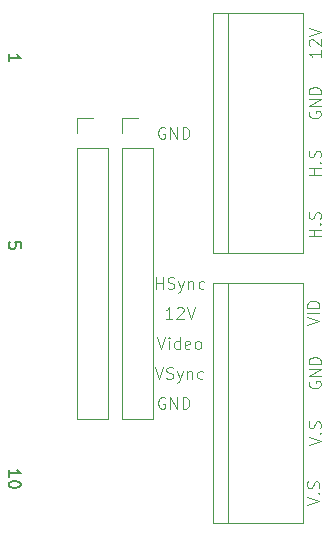
<source format=gto>
G04 #@! TF.GenerationSoftware,KiCad,Pcbnew,8.0.3*
G04 #@! TF.CreationDate,2024-06-20T09:06:03+12:00*
G04 #@! TF.ProjectId,crt_card_edge_adapter,6372745f-6361-4726-945f-656467655f61,rev?*
G04 #@! TF.SameCoordinates,Original*
G04 #@! TF.FileFunction,Legend,Top*
G04 #@! TF.FilePolarity,Positive*
%FSLAX46Y46*%
G04 Gerber Fmt 4.6, Leading zero omitted, Abs format (unit mm)*
G04 Created by KiCad (PCBNEW 8.0.3) date 2024-06-20 09:06:03*
%MOMM*%
%LPD*%
G01*
G04 APERTURE LIST*
%ADD10C,0.100000*%
%ADD11C,0.150000*%
%ADD12C,0.120000*%
%ADD13C,5.200000*%
%ADD14R,3.000000X3.000000*%
%ADD15C,3.000000*%
%ADD16R,9.800000X2.100000*%
%ADD17R,1.700000X1.700000*%
%ADD18O,1.700000X1.700000*%
%ADD19C,0.600000*%
G04 APERTURE END LIST*
D10*
X112156952Y-96977419D02*
X111585524Y-96977419D01*
X111871238Y-96977419D02*
X111871238Y-95977419D01*
X111871238Y-95977419D02*
X111776000Y-96120276D01*
X111776000Y-96120276D02*
X111680762Y-96215514D01*
X111680762Y-96215514D02*
X111585524Y-96263133D01*
X112537905Y-96072657D02*
X112585524Y-96025038D01*
X112585524Y-96025038D02*
X112680762Y-95977419D01*
X112680762Y-95977419D02*
X112918857Y-95977419D01*
X112918857Y-95977419D02*
X113014095Y-96025038D01*
X113014095Y-96025038D02*
X113061714Y-96072657D01*
X113061714Y-96072657D02*
X113109333Y-96167895D01*
X113109333Y-96167895D02*
X113109333Y-96263133D01*
X113109333Y-96263133D02*
X113061714Y-96405990D01*
X113061714Y-96405990D02*
X112490286Y-96977419D01*
X112490286Y-96977419D02*
X113109333Y-96977419D01*
X113395048Y-95977419D02*
X113728381Y-96977419D01*
X113728381Y-96977419D02*
X114061714Y-95977419D01*
X123761038Y-102296306D02*
X123713419Y-102391544D01*
X123713419Y-102391544D02*
X123713419Y-102534401D01*
X123713419Y-102534401D02*
X123761038Y-102677258D01*
X123761038Y-102677258D02*
X123856276Y-102772496D01*
X123856276Y-102772496D02*
X123951514Y-102820115D01*
X123951514Y-102820115D02*
X124141990Y-102867734D01*
X124141990Y-102867734D02*
X124284847Y-102867734D01*
X124284847Y-102867734D02*
X124475323Y-102820115D01*
X124475323Y-102820115D02*
X124570561Y-102772496D01*
X124570561Y-102772496D02*
X124665800Y-102677258D01*
X124665800Y-102677258D02*
X124713419Y-102534401D01*
X124713419Y-102534401D02*
X124713419Y-102439163D01*
X124713419Y-102439163D02*
X124665800Y-102296306D01*
X124665800Y-102296306D02*
X124618180Y-102248687D01*
X124618180Y-102248687D02*
X124284847Y-102248687D01*
X124284847Y-102248687D02*
X124284847Y-102439163D01*
X124713419Y-101820115D02*
X123713419Y-101820115D01*
X123713419Y-101820115D02*
X124713419Y-101248687D01*
X124713419Y-101248687D02*
X123713419Y-101248687D01*
X124713419Y-100772496D02*
X123713419Y-100772496D01*
X123713419Y-100772496D02*
X123713419Y-100534401D01*
X123713419Y-100534401D02*
X123761038Y-100391544D01*
X123761038Y-100391544D02*
X123856276Y-100296306D01*
X123856276Y-100296306D02*
X123951514Y-100248687D01*
X123951514Y-100248687D02*
X124141990Y-100201068D01*
X124141990Y-100201068D02*
X124284847Y-100201068D01*
X124284847Y-100201068D02*
X124475323Y-100248687D01*
X124475323Y-100248687D02*
X124570561Y-100296306D01*
X124570561Y-100296306D02*
X124665800Y-100391544D01*
X124665800Y-100391544D02*
X124713419Y-100534401D01*
X124713419Y-100534401D02*
X124713419Y-100772496D01*
X123761038Y-79436306D02*
X123713419Y-79531544D01*
X123713419Y-79531544D02*
X123713419Y-79674401D01*
X123713419Y-79674401D02*
X123761038Y-79817258D01*
X123761038Y-79817258D02*
X123856276Y-79912496D01*
X123856276Y-79912496D02*
X123951514Y-79960115D01*
X123951514Y-79960115D02*
X124141990Y-80007734D01*
X124141990Y-80007734D02*
X124284847Y-80007734D01*
X124284847Y-80007734D02*
X124475323Y-79960115D01*
X124475323Y-79960115D02*
X124570561Y-79912496D01*
X124570561Y-79912496D02*
X124665800Y-79817258D01*
X124665800Y-79817258D02*
X124713419Y-79674401D01*
X124713419Y-79674401D02*
X124713419Y-79579163D01*
X124713419Y-79579163D02*
X124665800Y-79436306D01*
X124665800Y-79436306D02*
X124618180Y-79388687D01*
X124618180Y-79388687D02*
X124284847Y-79388687D01*
X124284847Y-79388687D02*
X124284847Y-79579163D01*
X124713419Y-78960115D02*
X123713419Y-78960115D01*
X123713419Y-78960115D02*
X124713419Y-78388687D01*
X124713419Y-78388687D02*
X123713419Y-78388687D01*
X124713419Y-77912496D02*
X123713419Y-77912496D01*
X123713419Y-77912496D02*
X123713419Y-77674401D01*
X123713419Y-77674401D02*
X123761038Y-77531544D01*
X123761038Y-77531544D02*
X123856276Y-77436306D01*
X123856276Y-77436306D02*
X123951514Y-77388687D01*
X123951514Y-77388687D02*
X124141990Y-77341068D01*
X124141990Y-77341068D02*
X124284847Y-77341068D01*
X124284847Y-77341068D02*
X124475323Y-77388687D01*
X124475323Y-77388687D02*
X124570561Y-77436306D01*
X124570561Y-77436306D02*
X124665800Y-77531544D01*
X124665800Y-77531544D02*
X124713419Y-77674401D01*
X124713419Y-77674401D02*
X124713419Y-77912496D01*
X110704571Y-101057419D02*
X111037904Y-102057419D01*
X111037904Y-102057419D02*
X111371237Y-101057419D01*
X111656952Y-102009800D02*
X111799809Y-102057419D01*
X111799809Y-102057419D02*
X112037904Y-102057419D01*
X112037904Y-102057419D02*
X112133142Y-102009800D01*
X112133142Y-102009800D02*
X112180761Y-101962180D01*
X112180761Y-101962180D02*
X112228380Y-101866942D01*
X112228380Y-101866942D02*
X112228380Y-101771704D01*
X112228380Y-101771704D02*
X112180761Y-101676466D01*
X112180761Y-101676466D02*
X112133142Y-101628847D01*
X112133142Y-101628847D02*
X112037904Y-101581228D01*
X112037904Y-101581228D02*
X111847428Y-101533609D01*
X111847428Y-101533609D02*
X111752190Y-101485990D01*
X111752190Y-101485990D02*
X111704571Y-101438371D01*
X111704571Y-101438371D02*
X111656952Y-101343133D01*
X111656952Y-101343133D02*
X111656952Y-101247895D01*
X111656952Y-101247895D02*
X111704571Y-101152657D01*
X111704571Y-101152657D02*
X111752190Y-101105038D01*
X111752190Y-101105038D02*
X111847428Y-101057419D01*
X111847428Y-101057419D02*
X112085523Y-101057419D01*
X112085523Y-101057419D02*
X112228380Y-101105038D01*
X112561714Y-101390752D02*
X112799809Y-102057419D01*
X113037904Y-101390752D02*
X112799809Y-102057419D01*
X112799809Y-102057419D02*
X112704571Y-102295514D01*
X112704571Y-102295514D02*
X112656952Y-102343133D01*
X112656952Y-102343133D02*
X112561714Y-102390752D01*
X113418857Y-101390752D02*
X113418857Y-102057419D01*
X113418857Y-101485990D02*
X113466476Y-101438371D01*
X113466476Y-101438371D02*
X113561714Y-101390752D01*
X113561714Y-101390752D02*
X113704571Y-101390752D01*
X113704571Y-101390752D02*
X113799809Y-101438371D01*
X113799809Y-101438371D02*
X113847428Y-101533609D01*
X113847428Y-101533609D02*
X113847428Y-102057419D01*
X114752190Y-102009800D02*
X114656952Y-102057419D01*
X114656952Y-102057419D02*
X114466476Y-102057419D01*
X114466476Y-102057419D02*
X114371238Y-102009800D01*
X114371238Y-102009800D02*
X114323619Y-101962180D01*
X114323619Y-101962180D02*
X114276000Y-101866942D01*
X114276000Y-101866942D02*
X114276000Y-101581228D01*
X114276000Y-101581228D02*
X114323619Y-101485990D01*
X114323619Y-101485990D02*
X114371238Y-101438371D01*
X114371238Y-101438371D02*
X114466476Y-101390752D01*
X114466476Y-101390752D02*
X114656952Y-101390752D01*
X114656952Y-101390752D02*
X114752190Y-101438371D01*
X111506095Y-80785038D02*
X111410857Y-80737419D01*
X111410857Y-80737419D02*
X111268000Y-80737419D01*
X111268000Y-80737419D02*
X111125143Y-80785038D01*
X111125143Y-80785038D02*
X111029905Y-80880276D01*
X111029905Y-80880276D02*
X110982286Y-80975514D01*
X110982286Y-80975514D02*
X110934667Y-81165990D01*
X110934667Y-81165990D02*
X110934667Y-81308847D01*
X110934667Y-81308847D02*
X110982286Y-81499323D01*
X110982286Y-81499323D02*
X111029905Y-81594561D01*
X111029905Y-81594561D02*
X111125143Y-81689800D01*
X111125143Y-81689800D02*
X111268000Y-81737419D01*
X111268000Y-81737419D02*
X111363238Y-81737419D01*
X111363238Y-81737419D02*
X111506095Y-81689800D01*
X111506095Y-81689800D02*
X111553714Y-81642180D01*
X111553714Y-81642180D02*
X111553714Y-81308847D01*
X111553714Y-81308847D02*
X111363238Y-81308847D01*
X111982286Y-81737419D02*
X111982286Y-80737419D01*
X111982286Y-80737419D02*
X112553714Y-81737419D01*
X112553714Y-81737419D02*
X112553714Y-80737419D01*
X113029905Y-81737419D02*
X113029905Y-80737419D01*
X113029905Y-80737419D02*
X113268000Y-80737419D01*
X113268000Y-80737419D02*
X113410857Y-80785038D01*
X113410857Y-80785038D02*
X113506095Y-80880276D01*
X113506095Y-80880276D02*
X113553714Y-80975514D01*
X113553714Y-80975514D02*
X113601333Y-81165990D01*
X113601333Y-81165990D02*
X113601333Y-81308847D01*
X113601333Y-81308847D02*
X113553714Y-81499323D01*
X113553714Y-81499323D02*
X113506095Y-81594561D01*
X113506095Y-81594561D02*
X113410857Y-81689800D01*
X113410857Y-81689800D02*
X113268000Y-81737419D01*
X113268000Y-81737419D02*
X113029905Y-81737419D01*
X111506095Y-103645038D02*
X111410857Y-103597419D01*
X111410857Y-103597419D02*
X111268000Y-103597419D01*
X111268000Y-103597419D02*
X111125143Y-103645038D01*
X111125143Y-103645038D02*
X111029905Y-103740276D01*
X111029905Y-103740276D02*
X110982286Y-103835514D01*
X110982286Y-103835514D02*
X110934667Y-104025990D01*
X110934667Y-104025990D02*
X110934667Y-104168847D01*
X110934667Y-104168847D02*
X110982286Y-104359323D01*
X110982286Y-104359323D02*
X111029905Y-104454561D01*
X111029905Y-104454561D02*
X111125143Y-104549800D01*
X111125143Y-104549800D02*
X111268000Y-104597419D01*
X111268000Y-104597419D02*
X111363238Y-104597419D01*
X111363238Y-104597419D02*
X111506095Y-104549800D01*
X111506095Y-104549800D02*
X111553714Y-104502180D01*
X111553714Y-104502180D02*
X111553714Y-104168847D01*
X111553714Y-104168847D02*
X111363238Y-104168847D01*
X111982286Y-104597419D02*
X111982286Y-103597419D01*
X111982286Y-103597419D02*
X112553714Y-104597419D01*
X112553714Y-104597419D02*
X112553714Y-103597419D01*
X113029905Y-104597419D02*
X113029905Y-103597419D01*
X113029905Y-103597419D02*
X113268000Y-103597419D01*
X113268000Y-103597419D02*
X113410857Y-103645038D01*
X113410857Y-103645038D02*
X113506095Y-103740276D01*
X113506095Y-103740276D02*
X113553714Y-103835514D01*
X113553714Y-103835514D02*
X113601333Y-104025990D01*
X113601333Y-104025990D02*
X113601333Y-104168847D01*
X113601333Y-104168847D02*
X113553714Y-104359323D01*
X113553714Y-104359323D02*
X113506095Y-104454561D01*
X113506095Y-104454561D02*
X113410857Y-104549800D01*
X113410857Y-104549800D02*
X113268000Y-104597419D01*
X113268000Y-104597419D02*
X113029905Y-104597419D01*
X123586419Y-97501972D02*
X124586419Y-97168639D01*
X124586419Y-97168639D02*
X123586419Y-96835306D01*
X124586419Y-96501972D02*
X123586419Y-96501972D01*
X124586419Y-96025782D02*
X123586419Y-96025782D01*
X123586419Y-96025782D02*
X123586419Y-95787687D01*
X123586419Y-95787687D02*
X123634038Y-95644830D01*
X123634038Y-95644830D02*
X123729276Y-95549592D01*
X123729276Y-95549592D02*
X123824514Y-95501973D01*
X123824514Y-95501973D02*
X124014990Y-95454354D01*
X124014990Y-95454354D02*
X124157847Y-95454354D01*
X124157847Y-95454354D02*
X124348323Y-95501973D01*
X124348323Y-95501973D02*
X124443561Y-95549592D01*
X124443561Y-95549592D02*
X124538800Y-95644830D01*
X124538800Y-95644830D02*
X124586419Y-95787687D01*
X124586419Y-95787687D02*
X124586419Y-96025782D01*
X110871238Y-98517419D02*
X111204571Y-99517419D01*
X111204571Y-99517419D02*
X111537904Y-98517419D01*
X111871238Y-99517419D02*
X111871238Y-98850752D01*
X111871238Y-98517419D02*
X111823619Y-98565038D01*
X111823619Y-98565038D02*
X111871238Y-98612657D01*
X111871238Y-98612657D02*
X111918857Y-98565038D01*
X111918857Y-98565038D02*
X111871238Y-98517419D01*
X111871238Y-98517419D02*
X111871238Y-98612657D01*
X112775999Y-99517419D02*
X112775999Y-98517419D01*
X112775999Y-99469800D02*
X112680761Y-99517419D01*
X112680761Y-99517419D02*
X112490285Y-99517419D01*
X112490285Y-99517419D02*
X112395047Y-99469800D01*
X112395047Y-99469800D02*
X112347428Y-99422180D01*
X112347428Y-99422180D02*
X112299809Y-99326942D01*
X112299809Y-99326942D02*
X112299809Y-99041228D01*
X112299809Y-99041228D02*
X112347428Y-98945990D01*
X112347428Y-98945990D02*
X112395047Y-98898371D01*
X112395047Y-98898371D02*
X112490285Y-98850752D01*
X112490285Y-98850752D02*
X112680761Y-98850752D01*
X112680761Y-98850752D02*
X112775999Y-98898371D01*
X113633142Y-99469800D02*
X113537904Y-99517419D01*
X113537904Y-99517419D02*
X113347428Y-99517419D01*
X113347428Y-99517419D02*
X113252190Y-99469800D01*
X113252190Y-99469800D02*
X113204571Y-99374561D01*
X113204571Y-99374561D02*
X113204571Y-98993609D01*
X113204571Y-98993609D02*
X113252190Y-98898371D01*
X113252190Y-98898371D02*
X113347428Y-98850752D01*
X113347428Y-98850752D02*
X113537904Y-98850752D01*
X113537904Y-98850752D02*
X113633142Y-98898371D01*
X113633142Y-98898371D02*
X113680761Y-98993609D01*
X113680761Y-98993609D02*
X113680761Y-99088847D01*
X113680761Y-99088847D02*
X113204571Y-99184085D01*
X114252190Y-99517419D02*
X114156952Y-99469800D01*
X114156952Y-99469800D02*
X114109333Y-99422180D01*
X114109333Y-99422180D02*
X114061714Y-99326942D01*
X114061714Y-99326942D02*
X114061714Y-99041228D01*
X114061714Y-99041228D02*
X114109333Y-98945990D01*
X114109333Y-98945990D02*
X114156952Y-98898371D01*
X114156952Y-98898371D02*
X114252190Y-98850752D01*
X114252190Y-98850752D02*
X114395047Y-98850752D01*
X114395047Y-98850752D02*
X114490285Y-98898371D01*
X114490285Y-98898371D02*
X114537904Y-98945990D01*
X114537904Y-98945990D02*
X114585523Y-99041228D01*
X114585523Y-99041228D02*
X114585523Y-99326942D01*
X114585523Y-99326942D02*
X114537904Y-99422180D01*
X114537904Y-99422180D02*
X114490285Y-99469800D01*
X114490285Y-99469800D02*
X114395047Y-99517419D01*
X114395047Y-99517419D02*
X114252190Y-99517419D01*
X123586419Y-112741972D02*
X124586419Y-112408639D01*
X124586419Y-112408639D02*
X123586419Y-112075306D01*
X124491180Y-111741972D02*
X124538800Y-111694353D01*
X124538800Y-111694353D02*
X124586419Y-111741972D01*
X124586419Y-111741972D02*
X124538800Y-111789591D01*
X124538800Y-111789591D02*
X124491180Y-111741972D01*
X124491180Y-111741972D02*
X124586419Y-111741972D01*
X124538800Y-111313401D02*
X124586419Y-111170544D01*
X124586419Y-111170544D02*
X124586419Y-110932449D01*
X124586419Y-110932449D02*
X124538800Y-110837211D01*
X124538800Y-110837211D02*
X124491180Y-110789592D01*
X124491180Y-110789592D02*
X124395942Y-110741973D01*
X124395942Y-110741973D02*
X124300704Y-110741973D01*
X124300704Y-110741973D02*
X124205466Y-110789592D01*
X124205466Y-110789592D02*
X124157847Y-110837211D01*
X124157847Y-110837211D02*
X124110228Y-110932449D01*
X124110228Y-110932449D02*
X124062609Y-111122925D01*
X124062609Y-111122925D02*
X124014990Y-111218163D01*
X124014990Y-111218163D02*
X123967371Y-111265782D01*
X123967371Y-111265782D02*
X123872133Y-111313401D01*
X123872133Y-111313401D02*
X123776895Y-111313401D01*
X123776895Y-111313401D02*
X123681657Y-111265782D01*
X123681657Y-111265782D02*
X123634038Y-111218163D01*
X123634038Y-111218163D02*
X123586419Y-111122925D01*
X123586419Y-111122925D02*
X123586419Y-110884830D01*
X123586419Y-110884830D02*
X123634038Y-110741973D01*
X123713419Y-107661972D02*
X124713419Y-107328639D01*
X124713419Y-107328639D02*
X123713419Y-106995306D01*
X124618180Y-106661972D02*
X124665800Y-106614353D01*
X124665800Y-106614353D02*
X124713419Y-106661972D01*
X124713419Y-106661972D02*
X124665800Y-106709591D01*
X124665800Y-106709591D02*
X124618180Y-106661972D01*
X124618180Y-106661972D02*
X124713419Y-106661972D01*
X124665800Y-106233401D02*
X124713419Y-106090544D01*
X124713419Y-106090544D02*
X124713419Y-105852449D01*
X124713419Y-105852449D02*
X124665800Y-105757211D01*
X124665800Y-105757211D02*
X124618180Y-105709592D01*
X124618180Y-105709592D02*
X124522942Y-105661973D01*
X124522942Y-105661973D02*
X124427704Y-105661973D01*
X124427704Y-105661973D02*
X124332466Y-105709592D01*
X124332466Y-105709592D02*
X124284847Y-105757211D01*
X124284847Y-105757211D02*
X124237228Y-105852449D01*
X124237228Y-105852449D02*
X124189609Y-106042925D01*
X124189609Y-106042925D02*
X124141990Y-106138163D01*
X124141990Y-106138163D02*
X124094371Y-106185782D01*
X124094371Y-106185782D02*
X123999133Y-106233401D01*
X123999133Y-106233401D02*
X123903895Y-106233401D01*
X123903895Y-106233401D02*
X123808657Y-106185782D01*
X123808657Y-106185782D02*
X123761038Y-106138163D01*
X123761038Y-106138163D02*
X123713419Y-106042925D01*
X123713419Y-106042925D02*
X123713419Y-105804830D01*
X123713419Y-105804830D02*
X123761038Y-105661973D01*
X124713419Y-74229306D02*
X124713419Y-74800734D01*
X124713419Y-74515020D02*
X123713419Y-74515020D01*
X123713419Y-74515020D02*
X123856276Y-74610258D01*
X123856276Y-74610258D02*
X123951514Y-74705496D01*
X123951514Y-74705496D02*
X123999133Y-74800734D01*
X123808657Y-73848353D02*
X123761038Y-73800734D01*
X123761038Y-73800734D02*
X123713419Y-73705496D01*
X123713419Y-73705496D02*
X123713419Y-73467401D01*
X123713419Y-73467401D02*
X123761038Y-73372163D01*
X123761038Y-73372163D02*
X123808657Y-73324544D01*
X123808657Y-73324544D02*
X123903895Y-73276925D01*
X123903895Y-73276925D02*
X123999133Y-73276925D01*
X123999133Y-73276925D02*
X124141990Y-73324544D01*
X124141990Y-73324544D02*
X124713419Y-73895972D01*
X124713419Y-73895972D02*
X124713419Y-73276925D01*
X123713419Y-72991210D02*
X124713419Y-72657877D01*
X124713419Y-72657877D02*
X123713419Y-72324544D01*
X110752190Y-94437419D02*
X110752190Y-93437419D01*
X110752190Y-93913609D02*
X111323618Y-93913609D01*
X111323618Y-94437419D02*
X111323618Y-93437419D01*
X111752190Y-94389800D02*
X111895047Y-94437419D01*
X111895047Y-94437419D02*
X112133142Y-94437419D01*
X112133142Y-94437419D02*
X112228380Y-94389800D01*
X112228380Y-94389800D02*
X112275999Y-94342180D01*
X112275999Y-94342180D02*
X112323618Y-94246942D01*
X112323618Y-94246942D02*
X112323618Y-94151704D01*
X112323618Y-94151704D02*
X112275999Y-94056466D01*
X112275999Y-94056466D02*
X112228380Y-94008847D01*
X112228380Y-94008847D02*
X112133142Y-93961228D01*
X112133142Y-93961228D02*
X111942666Y-93913609D01*
X111942666Y-93913609D02*
X111847428Y-93865990D01*
X111847428Y-93865990D02*
X111799809Y-93818371D01*
X111799809Y-93818371D02*
X111752190Y-93723133D01*
X111752190Y-93723133D02*
X111752190Y-93627895D01*
X111752190Y-93627895D02*
X111799809Y-93532657D01*
X111799809Y-93532657D02*
X111847428Y-93485038D01*
X111847428Y-93485038D02*
X111942666Y-93437419D01*
X111942666Y-93437419D02*
X112180761Y-93437419D01*
X112180761Y-93437419D02*
X112323618Y-93485038D01*
X112656952Y-93770752D02*
X112895047Y-94437419D01*
X113133142Y-93770752D02*
X112895047Y-94437419D01*
X112895047Y-94437419D02*
X112799809Y-94675514D01*
X112799809Y-94675514D02*
X112752190Y-94723133D01*
X112752190Y-94723133D02*
X112656952Y-94770752D01*
X113514095Y-93770752D02*
X113514095Y-94437419D01*
X113514095Y-93865990D02*
X113561714Y-93818371D01*
X113561714Y-93818371D02*
X113656952Y-93770752D01*
X113656952Y-93770752D02*
X113799809Y-93770752D01*
X113799809Y-93770752D02*
X113895047Y-93818371D01*
X113895047Y-93818371D02*
X113942666Y-93913609D01*
X113942666Y-93913609D02*
X113942666Y-94437419D01*
X114847428Y-94389800D02*
X114752190Y-94437419D01*
X114752190Y-94437419D02*
X114561714Y-94437419D01*
X114561714Y-94437419D02*
X114466476Y-94389800D01*
X114466476Y-94389800D02*
X114418857Y-94342180D01*
X114418857Y-94342180D02*
X114371238Y-94246942D01*
X114371238Y-94246942D02*
X114371238Y-93961228D01*
X114371238Y-93961228D02*
X114418857Y-93865990D01*
X114418857Y-93865990D02*
X114466476Y-93818371D01*
X114466476Y-93818371D02*
X114561714Y-93770752D01*
X114561714Y-93770752D02*
X114752190Y-93770752D01*
X114752190Y-93770752D02*
X114847428Y-93818371D01*
X124713419Y-89993115D02*
X123713419Y-89993115D01*
X124189609Y-89993115D02*
X124189609Y-89421687D01*
X124713419Y-89421687D02*
X123713419Y-89421687D01*
X124618180Y-88945496D02*
X124665800Y-88897877D01*
X124665800Y-88897877D02*
X124713419Y-88945496D01*
X124713419Y-88945496D02*
X124665800Y-88993115D01*
X124665800Y-88993115D02*
X124618180Y-88945496D01*
X124618180Y-88945496D02*
X124713419Y-88945496D01*
X124665800Y-88516925D02*
X124713419Y-88374068D01*
X124713419Y-88374068D02*
X124713419Y-88135973D01*
X124713419Y-88135973D02*
X124665800Y-88040735D01*
X124665800Y-88040735D02*
X124618180Y-87993116D01*
X124618180Y-87993116D02*
X124522942Y-87945497D01*
X124522942Y-87945497D02*
X124427704Y-87945497D01*
X124427704Y-87945497D02*
X124332466Y-87993116D01*
X124332466Y-87993116D02*
X124284847Y-88040735D01*
X124284847Y-88040735D02*
X124237228Y-88135973D01*
X124237228Y-88135973D02*
X124189609Y-88326449D01*
X124189609Y-88326449D02*
X124141990Y-88421687D01*
X124141990Y-88421687D02*
X124094371Y-88469306D01*
X124094371Y-88469306D02*
X123999133Y-88516925D01*
X123999133Y-88516925D02*
X123903895Y-88516925D01*
X123903895Y-88516925D02*
X123808657Y-88469306D01*
X123808657Y-88469306D02*
X123761038Y-88421687D01*
X123761038Y-88421687D02*
X123713419Y-88326449D01*
X123713419Y-88326449D02*
X123713419Y-88088354D01*
X123713419Y-88088354D02*
X123761038Y-87945497D01*
X124713419Y-84786115D02*
X123713419Y-84786115D01*
X124189609Y-84786115D02*
X124189609Y-84214687D01*
X124713419Y-84214687D02*
X123713419Y-84214687D01*
X124618180Y-83738496D02*
X124665800Y-83690877D01*
X124665800Y-83690877D02*
X124713419Y-83738496D01*
X124713419Y-83738496D02*
X124665800Y-83786115D01*
X124665800Y-83786115D02*
X124618180Y-83738496D01*
X124618180Y-83738496D02*
X124713419Y-83738496D01*
X124665800Y-83309925D02*
X124713419Y-83167068D01*
X124713419Y-83167068D02*
X124713419Y-82928973D01*
X124713419Y-82928973D02*
X124665800Y-82833735D01*
X124665800Y-82833735D02*
X124618180Y-82786116D01*
X124618180Y-82786116D02*
X124522942Y-82738497D01*
X124522942Y-82738497D02*
X124427704Y-82738497D01*
X124427704Y-82738497D02*
X124332466Y-82786116D01*
X124332466Y-82786116D02*
X124284847Y-82833735D01*
X124284847Y-82833735D02*
X124237228Y-82928973D01*
X124237228Y-82928973D02*
X124189609Y-83119449D01*
X124189609Y-83119449D02*
X124141990Y-83214687D01*
X124141990Y-83214687D02*
X124094371Y-83262306D01*
X124094371Y-83262306D02*
X123999133Y-83309925D01*
X123999133Y-83309925D02*
X123903895Y-83309925D01*
X123903895Y-83309925D02*
X123808657Y-83262306D01*
X123808657Y-83262306D02*
X123761038Y-83214687D01*
X123761038Y-83214687D02*
X123713419Y-83119449D01*
X123713419Y-83119449D02*
X123713419Y-82881354D01*
X123713419Y-82881354D02*
X123761038Y-82738497D01*
D11*
X98301180Y-75155588D02*
X98301180Y-74584160D01*
X98301180Y-74869874D02*
X99301180Y-74869874D01*
X99301180Y-74869874D02*
X99158323Y-74774636D01*
X99158323Y-74774636D02*
X99063085Y-74679398D01*
X99063085Y-74679398D02*
X99015466Y-74584160D01*
X98301180Y-110334588D02*
X98301180Y-109763160D01*
X98301180Y-110048874D02*
X99301180Y-110048874D01*
X99301180Y-110048874D02*
X99158323Y-109953636D01*
X99158323Y-109953636D02*
X99063085Y-109858398D01*
X99063085Y-109858398D02*
X99015466Y-109763160D01*
X99301180Y-110953636D02*
X99301180Y-111048874D01*
X99301180Y-111048874D02*
X99253561Y-111144112D01*
X99253561Y-111144112D02*
X99205942Y-111191731D01*
X99205942Y-111191731D02*
X99110704Y-111239350D01*
X99110704Y-111239350D02*
X98920228Y-111286969D01*
X98920228Y-111286969D02*
X98682133Y-111286969D01*
X98682133Y-111286969D02*
X98491657Y-111239350D01*
X98491657Y-111239350D02*
X98396419Y-111191731D01*
X98396419Y-111191731D02*
X98348800Y-111144112D01*
X98348800Y-111144112D02*
X98301180Y-111048874D01*
X98301180Y-111048874D02*
X98301180Y-110953636D01*
X98301180Y-110953636D02*
X98348800Y-110858398D01*
X98348800Y-110858398D02*
X98396419Y-110810779D01*
X98396419Y-110810779D02*
X98491657Y-110763160D01*
X98491657Y-110763160D02*
X98682133Y-110715541D01*
X98682133Y-110715541D02*
X98920228Y-110715541D01*
X98920228Y-110715541D02*
X99110704Y-110763160D01*
X99110704Y-110763160D02*
X99205942Y-110810779D01*
X99205942Y-110810779D02*
X99253561Y-110858398D01*
X99253561Y-110858398D02*
X99301180Y-110953636D01*
X99301180Y-90982969D02*
X99301180Y-90506779D01*
X99301180Y-90506779D02*
X98824990Y-90459160D01*
X98824990Y-90459160D02*
X98872609Y-90506779D01*
X98872609Y-90506779D02*
X98920228Y-90602017D01*
X98920228Y-90602017D02*
X98920228Y-90840112D01*
X98920228Y-90840112D02*
X98872609Y-90935350D01*
X98872609Y-90935350D02*
X98824990Y-90982969D01*
X98824990Y-90982969D02*
X98729752Y-91030588D01*
X98729752Y-91030588D02*
X98491657Y-91030588D01*
X98491657Y-91030588D02*
X98396419Y-90982969D01*
X98396419Y-90982969D02*
X98348800Y-90935350D01*
X98348800Y-90935350D02*
X98301180Y-90840112D01*
X98301180Y-90840112D02*
X98301180Y-90602017D01*
X98301180Y-90602017D02*
X98348800Y-90506779D01*
X98348800Y-90506779D02*
X98396419Y-90459160D01*
D12*
X115570000Y-71120000D02*
X115570000Y-91440000D01*
X115570000Y-91440000D02*
X123190000Y-91440000D01*
X116840000Y-91440000D02*
X116840000Y-71120000D01*
X123190000Y-71120000D02*
X115570000Y-71120000D01*
X123190000Y-71120000D02*
X123190000Y-91440000D01*
X115570000Y-93980000D02*
X115570000Y-114300000D01*
X115570000Y-114300000D02*
X123190000Y-114300000D01*
X116840000Y-114300000D02*
X116840000Y-93980000D01*
X123190000Y-93980000D02*
X115570000Y-93980000D01*
X123190000Y-93980000D02*
X123190000Y-114300000D01*
X104080000Y-79950000D02*
X105410000Y-79950000D01*
X104080000Y-81280000D02*
X104080000Y-79950000D01*
X104080000Y-82550000D02*
X104080000Y-105470000D01*
X104080000Y-82550000D02*
X106740000Y-82550000D01*
X104080000Y-105470000D02*
X106740000Y-105470000D01*
X106740000Y-82550000D02*
X106740000Y-105470000D01*
X107890000Y-79950000D02*
X109220000Y-79950000D01*
X107890000Y-81280000D02*
X107890000Y-79950000D01*
X107890000Y-82550000D02*
X107890000Y-105470000D01*
X107890000Y-82550000D02*
X110550000Y-82550000D01*
X107890000Y-105470000D02*
X110550000Y-105470000D01*
X110550000Y-82550000D02*
X110550000Y-105470000D01*
%LPC*%
D13*
X107442000Y-71628000D03*
D14*
X119380000Y-73660000D03*
D15*
X119380000Y-78740000D03*
X119380000Y-83820000D03*
X119380000Y-88900000D03*
D14*
X119380000Y-96520000D03*
D15*
X119380000Y-101600000D03*
X119380000Y-106680000D03*
X119380000Y-111760000D03*
D16*
X91440000Y-74890000D03*
X91440000Y-78850000D03*
X91440000Y-82810000D03*
X91440000Y-86770000D03*
X91440000Y-90730000D03*
X91440000Y-94690000D03*
X91440000Y-98650000D03*
X91440000Y-102610000D03*
X91440000Y-106570000D03*
X91440000Y-110530000D03*
D17*
X105410000Y-81280000D03*
D18*
X105410000Y-83820000D03*
X105410000Y-86360000D03*
X105410000Y-88900000D03*
X105410000Y-91440000D03*
X105410000Y-93980000D03*
X105410000Y-96520000D03*
X105410000Y-99060000D03*
X105410000Y-101600000D03*
X105410000Y-104140000D03*
D17*
X109220000Y-81280000D03*
D18*
X109220000Y-83820000D03*
X109220000Y-86360000D03*
X109220000Y-88900000D03*
X109220000Y-91440000D03*
X109220000Y-93980000D03*
X109220000Y-96520000D03*
X109220000Y-99060000D03*
X109220000Y-101600000D03*
X109220000Y-104140000D03*
D13*
X107442000Y-113792000D03*
D19*
X97282000Y-110530000D03*
X97536000Y-74930000D03*
X97231200Y-98602800D03*
X97536000Y-90728800D03*
X97383600Y-82804000D03*
X97536000Y-78841600D03*
X97485200Y-102616000D03*
X97485200Y-86766400D03*
X97434400Y-94691200D03*
X97332800Y-106578400D03*
%LPD*%
M02*

</source>
